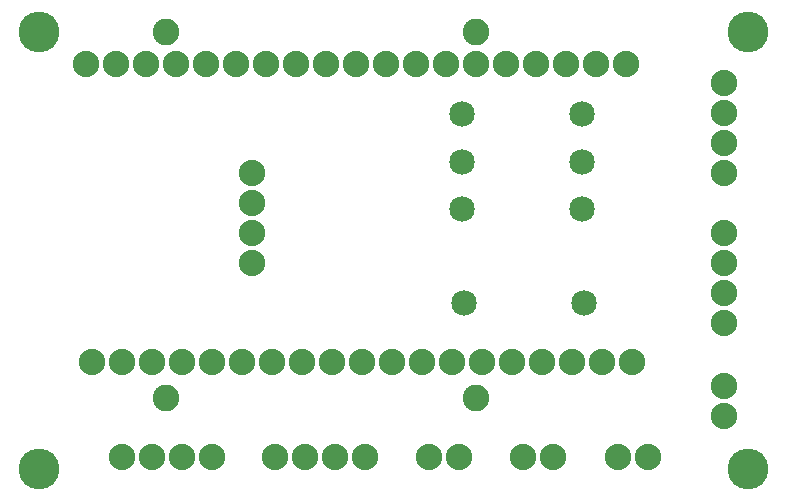
<source format=gts>
G04 MADE WITH FRITZING*
G04 WWW.FRITZING.ORG*
G04 DOUBLE SIDED*
G04 HOLES PLATED*
G04 CONTOUR ON CENTER OF CONTOUR VECTOR*
%ASAXBY*%
%FSLAX23Y23*%
%MOIN*%
%OFA0B0*%
%SFA1.0B1.0*%
%ADD10C,0.085000*%
%ADD11C,0.088000*%
%ADD12C,0.135984*%
%ADD13C,0.088740*%
%LNMASK1*%
G90*
G70*
G54D10*
X1539Y686D03*
X1939Y686D03*
G54D11*
X2097Y489D03*
X1997Y489D03*
X1897Y489D03*
X1797Y489D03*
X1697Y489D03*
X1597Y489D03*
X1497Y489D03*
X1397Y489D03*
X1297Y489D03*
X1197Y489D03*
X1097Y489D03*
X997Y489D03*
X897Y489D03*
X797Y489D03*
X697Y489D03*
X597Y489D03*
X497Y489D03*
X397Y489D03*
X297Y489D03*
X2079Y1484D03*
X1979Y1484D03*
X1879Y1484D03*
X1779Y1484D03*
X1679Y1484D03*
X1579Y1484D03*
X1479Y1484D03*
X1379Y1484D03*
X1279Y1484D03*
X1179Y1484D03*
X1079Y1484D03*
X979Y1484D03*
X879Y1484D03*
X779Y1484D03*
X679Y1484D03*
X579Y1484D03*
X479Y1484D03*
X379Y1484D03*
X279Y1484D03*
X1521Y174D03*
X1421Y174D03*
X1836Y174D03*
X1736Y174D03*
X2151Y174D03*
X2051Y174D03*
X1209Y174D03*
X1109Y174D03*
X1009Y174D03*
X909Y174D03*
X697Y174D03*
X597Y174D03*
X497Y174D03*
X397Y174D03*
G54D12*
X2484Y135D03*
X2484Y1591D03*
G54D13*
X545Y1591D03*
X545Y371D03*
G54D12*
X122Y1591D03*
X122Y135D03*
G54D13*
X1579Y1591D03*
X1579Y371D03*
G54D11*
X2405Y1419D03*
X2405Y1319D03*
X2405Y1219D03*
X2405Y1119D03*
G54D10*
X1533Y1001D03*
X1933Y1001D03*
X1533Y1316D03*
X1933Y1316D03*
X1533Y1158D03*
X1933Y1158D03*
G54D11*
X2405Y622D03*
X2405Y722D03*
X2405Y822D03*
X2405Y922D03*
X2405Y310D03*
X2405Y410D03*
X830Y819D03*
X830Y919D03*
X830Y1019D03*
X830Y1119D03*
G04 End of Mask1*
M02*
</source>
